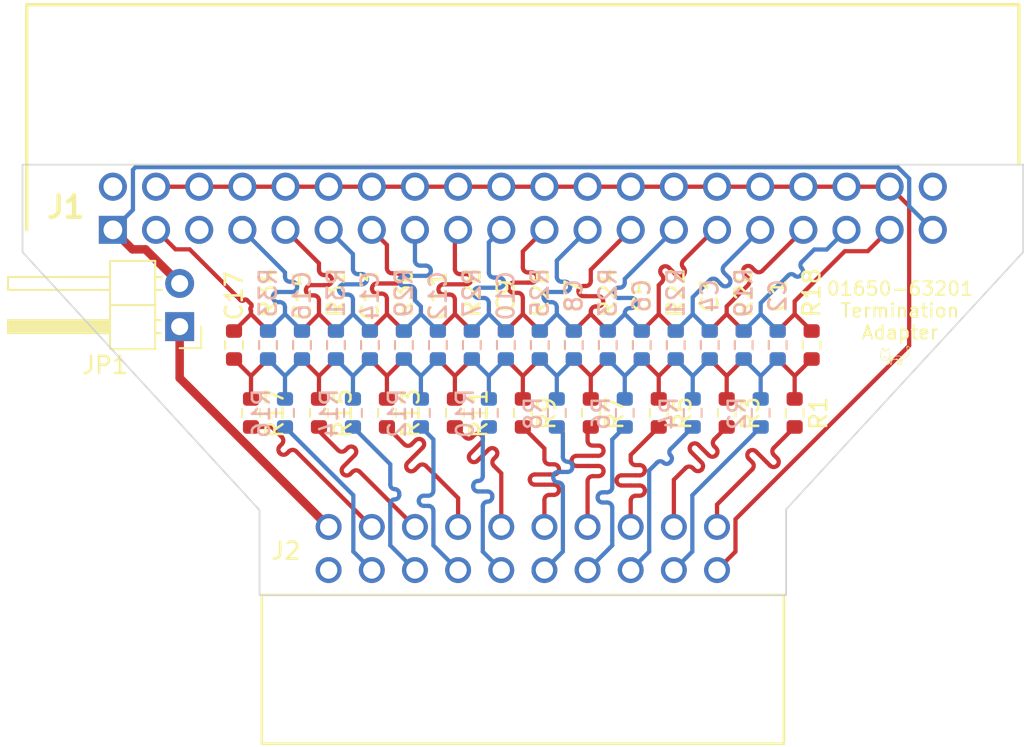
<source format=kicad_pcb>
(kicad_pcb (version 20221018) (generator pcbnew)
  (layers (0 "F.Cu" signal) (31 "B.Cu" signal) (34 "B.Paste" user) (35 "F.Paste" user) (36 "B.SilkS" user "B.Silkscreen") (37 "F.SilkS" user "F.Silkscreen") (38 "B.Mask" user) (39 "F.Mask" user) (44 "Edge.Cuts" user))
  (net 0 "")
  (net 1 "Net-(J1-Pin_37)")
  (net 2 "Net-(J1-Pin_35)")
  (net 3 "Net-(J1-Pin_31)")
  (net 4 "Net-(J1-Pin_33)")
  (net 5 "Net-(J1-Pin_27)")
  (net 6 "Net-(J1-Pin_29)")
  (net 7 "Net-(J1-Pin_23)")
  (net 8 "Net-(J1-Pin_25)")
  (net 9 "Net-(J1-Pin_19)")
  (net 10 "Net-(J1-Pin_21)")
  (net 11 "Net-(J1-Pin_15)")
  (net 12 "Net-(J1-Pin_17)")
  (net 13 "Net-(J1-Pin_11)")
  (net 14 "Net-(J1-Pin_13)")
  (net 15 "Net-(J1-Pin_7)")
  (net 16 "Net-(J1-Pin_9)")
  (net 17 "Net-(J1-Pin_3)")
  (net 18 "+5V")
  (net 19 "Net-(J2-Pin_1)")
  (net 20 "Net-(J2-Pin_3)")
  (net 21 "Net-(J2-Pin_4)")
  (net 22 "Net-(J2-Pin_5)")
  (net 23 "Net-(J2-Pin_6)")
  (net 24 "Net-(J2-Pin_7)")
  (net 25 "Net-(J2-Pin_8)")
  (net 26 "Net-(J2-Pin_9)")
  (net 27 "Net-(J2-Pin_10)")
  (net 28 "Net-(J2-Pin_11)")
  (net 29 "Net-(J2-Pin_12)")
  (net 30 "Net-(J2-Pin_13)")
  (net 31 "Net-(J2-Pin_14)")
  (net 32 "Net-(J2-Pin_15)")
  (net 33 "Net-(J2-Pin_16)")
  (net 34 "Net-(J2-Pin_17)")
  (net 35 "Net-(J2-Pin_18)")
  (net 36 "Net-(J2-Pin_19)")
  (net 37 "GNDPWR")
  (net 38 "GND")
  (net 41 "Net-(C1-Pad1)")
  (net 42 "Net-(C2-Pad1)")
  (net 43 "Net-(C3-Pad1)")
  (net 44 "Net-(C4-Pad1)")
  (net 45 "Net-(C5-Pad1)")
  (net 46 "Net-(C6-Pad1)")
  (net 47 "Net-(C7-Pad1)")
  (net 48 "Net-(C8-Pad1)")
  (net 49 "Net-(C9-Pad1)")
  (net 50 "Net-(C10-Pad1)")
  (net 51 "Net-(C11-Pad1)")
  (net 52 "Net-(C12-Pad1)")
  (net 53 "Net-(C13-Pad1)")
  (net 54 "Net-(C14-Pad1)")
  (net 55 "Net-(C15-Pad1)")
  (net 56 "Net-(C16-Pad1)")
  (net 57 "Net-(C17-Pad1)")
  (footprint "Resistor_SMD:R_0603_1608Metric" (layer "F.Cu") (at 97.6 30.975 90)
    (fp_text reference "C3")
    (fp_text value "8.2pF")
  )
  (footprint "Term_Adapter:CONN20_D10-RA-BK_SUL" (layer "F.Cu") (at 75.17 41.69)
    (fp_text reference "J2")
    (fp_text value "20 Out")
  )
  (footprint "Resistor_SMD:R_0603_1608Metric" (layer "F.Cu") (at 73.6 30.975 90)
    (fp_text reference "C15")
    (fp_text value "8.2pF")
  )
  (footprint "Resistor_SMD:R_0603_1608Metric" (layer "F.Cu") (at 83.6 30.975 -90)
    (fp_text reference "R28")
    (fp_text value "90.9k")
  )
  (footprint "Resistor_SMD:R_0603_1608Metric" (layer "F.Cu") (at 81.6 30.975 90)
    (fp_text reference "C11")
    (fp_text value "8.2pF")
  )
  (footprint "Resistor_SMD:R_0603_1608Metric" (layer "F.Cu") (at 98.6 34.975 90)
    (fp_text reference "R3")
    (fp_text value "250R")
  )
  (footprint "Connector_PinHeader_2.54mm:PinHeader_1x02_P2.54mm_Horizontal" (layer "F.Cu") (at 66.4 29.89 180)
    (fp_text reference "JP1")
    (fp_text value "Voltage Isolate")
  )
  (footprint "Resistor_SMD:R_0603_1608Metric" (layer "F.Cu") (at 74.6 34.975 90)
    (fp_text reference "R15")
    (fp_text value "250R")
  )
  (footprint "Resistor_SMD:R_0603_1608Metric" (layer "F.Cu") (at 85.6 30.975 90)
    (fp_text reference "C9")
    (fp_text value "8.2pF")
  )
  (footprint "Resistor_SMD:R_0603_1608Metric" (layer "F.Cu") (at 102.6 34.975 90)
    (fp_text reference "R1")
    (fp_text value "250R")
  )
  (footprint "Resistor_SMD:R_0603_1608Metric" (layer "F.Cu") (at 99.6 30.975 -90)
    (fp_text reference "R20")
    (fp_text value "90.9k")
  )
  (footprint "Resistor_SMD:R_0603_1608Metric" (layer "F.Cu") (at 78.6 34.975 90)
    (fp_text reference "R13")
    (fp_text value "250R")
  )
  (footprint "Resistor_SMD:R_0603_1608Metric" (layer "F.Cu") (at 77.6 30.975 90)
    (fp_text reference "C13")
    (fp_text value "8.2pF")
  )
  (footprint "Resistor_SMD:R_0603_1608Metric" (layer "F.Cu") (at 101.6 30.975 90)
    (fp_text reference "C1")
    (fp_text value "8.2pF")
  )
  (footprint "Resistor_SMD:R_0603_1608Metric" (layer "F.Cu") (at 103.6 30.975 -90)
    (fp_text reference "R18")
    (fp_text value "90.9k")
  )
  (footprint "Resistor_SMD:R_0603_1608Metric" (layer "F.Cu") (at 91.6 30.975 -90)
    (fp_text reference "R24")
    (fp_text value "90.9k")
  )
  (footprint "Term_Adapter:SHDRRA40W64P254_2X20_5840X930X878P" (layer "F.Cu") (at 62.47 24.19)
    (fp_text reference "J1")
    (fp_text value "40 In" hide)
  )
  (footprint "Resistor_SMD:R_0603_1608Metric" (layer "F.Cu") (at 95.6 30.975 -90)
    (fp_text reference "R22")
    (fp_text value "90.9k")
  )
  (footprint "Resistor_SMD:R_0603_1608Metric" (layer "F.Cu") (at 79.6 30.975 -90)
    (fp_text reference "R30")
    (fp_text value "90.9k")
  )
  (footprint "Graphics:vamic" (layer "F.Cu") (at 108.45 31.65)
    (fp_text reference "G***" hide)
    (fp_text value "LOGO" hide)
  )
  (footprint "Resistor_SMD:R_0603_1608Metric" (layer "F.Cu") (at 75.6 30.975 -90)
    (fp_text reference "R32")
    (fp_text value "90.9k")
  )
  (footprint "Resistor_SMD:R_0603_1608Metric" (layer "F.Cu") (at 90.6 34.975 90)
    (fp_text reference "R7")
    (fp_text value "250R")
  )
  (footprint "Resistor_SMD:R_0603_1608Metric" (layer "F.Cu") (at 87.6 30.975 -90)
    (fp_text reference "R26")
    (fp_text value "90.9k")
  )
  (footprint "Resistor_SMD:R_0603_1608Metric" (layer "F.Cu") (at 93.6 30.975 90)
    (fp_text reference "C5")
    (fp_text value "8.2pF")
  )
  (footprint "Resistor_SMD:R_0603_1608Metric" (layer "F.Cu") (at 89.6 30.975 90)
    (fp_text reference "C7")
    (fp_text value "8.2pF")
  )
  (footprint "Resistor_SMD:R_0603_1608Metric" (layer "F.Cu") (at 69.6 30.975 90)
    (fp_text reference "C17")
    (fp_text value "8.2pF")
  )
  (footprint "Resistor_SMD:R_0603_1608Metric" (layer "F.Cu") (at 71.6 30.975 -90)
    (fp_text reference "R34")
    (fp_text value "90.9k")
  )
  (footprint "Resistor_SMD:R_0603_1608Metric" (layer "F.Cu") (at 70.6 34.975 90)
    (fp_text reference "R17")
    (fp_text value "250R")
  )
  (footprint "Resistor_SMD:R_0603_1608Metric" (layer "F.Cu") (at 94.6 34.975 90)
    (fp_text reference "R5")
    (fp_text value "250R")
  )
  (footprint "Resistor_SMD:R_0603_1608Metric" (layer "F.Cu") (at 86.6 34.975 90)
    (fp_text reference "R9")
    (fp_text value "250R")
  )
  (footprint "Resistor_SMD:R_0603_1608Metric" (layer "F.Cu") (at 82.6 34.975 90)
    (fp_text reference "R11")
    (fp_text value "250R")
  )
  (footprint "Resistor_SMD:R_0603_1608Metric" (layer "B.Cu") (at 71.6 30.975 -90)
    (fp_text reference "R33")
    (fp_text value "90.9k")
  )
  (footprint "Resistor_SMD:R_0603_1608Metric" (layer "B.Cu") (at 81.6 30.975 90)
    (fp_text reference "C12")
    (fp_text value "8.2pF")
  )
  (footprint "Resistor_SMD:R_0603_1608Metric" (layer "B.Cu") (at 83.6 30.975 -90)
    (fp_text reference "R27")
    (fp_text value "90.9k")
  )
  (footprint "Resistor_SMD:R_0603_1608Metric" (layer "B.Cu") (at 96.6 34.975 90)
    (fp_text reference "R4")
    (fp_text value "250R")
  )
  (footprint "Resistor_SMD:R_0603_1608Metric" (layer "B.Cu") (at 85.6 30.975 90)
    (fp_text reference "C10")
    (fp_text value "8.2pF")
  )
  (footprint "Resistor_SMD:R_0603_1608Metric" (layer "B.Cu") (at 89.6 30.975 90)
    (fp_text reference "C8")
    (fp_text value "8.2pF")
  )
  (footprint "Resistor_SMD:R_0603_1608Metric" (layer "B.Cu") (at 97.6 30.975 90)
    (fp_text reference "C4")
    (fp_text value "8.2pF")
  )
  (footprint "Resistor_SMD:R_0603_1608Metric" (layer "B.Cu") (at 99.6 30.975 -90)
    (fp_text reference "R19")
    (fp_text value "90.9k")
  )
  (footprint "Resistor_SMD:R_0603_1608Metric" (layer "B.Cu") (at 75.6 30.975 -90)
    (fp_text reference "R31")
    (fp_text value "90.9k")
  )
  (footprint "Resistor_SMD:R_0603_1608Metric" (layer "B.Cu") (at 95.6 30.975 -90)
    (fp_text reference "R21")
    (fp_text value "90.9k")
  )
  (footprint "Resistor_SMD:R_0603_1608Metric" (layer "B.Cu") (at 88.6 34.975 90)
    (fp_text reference "R8")
    (fp_text value "250R")
  )
  (footprint "Resistor_SMD:R_0603_1608Metric" (layer "B.Cu") (at 84.6 34.975 90)
    (fp_text reference "R10")
    (fp_text value "250R")
  )
  (footprint "Resistor_SMD:R_0603_1608Metric" (layer "B.Cu") (at 91.6 30.975 -90)
    (fp_text reference "R23")
    (fp_text value "90.9k")
  )
  (footprint "Resistor_SMD:R_0603_1608Metric" (layer "B.Cu") (at 80.6 34.975 90)
    (fp_text reference "R12")
    (fp_text value "250R")
  )
  (footprint "Resistor_SMD:R_0603_1608Metric" (layer "B.Cu") (at 76.6 34.975 90)
    (fp_text reference "R14")
    (fp_text value "250R")
  )
  (footprint "Resistor_SMD:R_0603_1608Metric" (layer "B.Cu") (at 101.6 30.975 90)
    (fp_text reference "C2")
    (fp_text value "8.2pF")
  )
  (footprint "Resistor_SMD:R_0603_1608Metric" (layer "B.Cu") (at 73.6 30.975 90)
    (fp_text reference "C16")
    (fp_text value "8.2pF")
  )
  (footprint "Resistor_SMD:R_0603_1608Metric" (layer "B.Cu") (at 72.6 34.975 90)
    (fp_text reference "R16")
    (fp_text value "250R")
  )
  (footprint "Resistor_SMD:R_0603_1608Metric" (layer "B.Cu") (at 100.6 34.975 90)
    (fp_text reference "R2")
    (fp_text value "250R")
  )
  (footprint "Resistor_SMD:R_0603_1608Metric" (layer "B.Cu") (at 87.6 30.975 -90)
    (fp_text reference "R25")
    (fp_text value "90.9k")
  )
  (footprint "Resistor_SMD:R_0603_1608Metric" (layer "B.Cu") (at 77.6 30.975 90)
    (fp_text reference "C14")
    (fp_text value "8.2pF")
  )
  (footprint "Resistor_SMD:R_0603_1608Metric" (layer "B.Cu") (at 93.6 30.975 90)
    (fp_text reference "C6")
    (fp_text value "8.2pF")
  )
  (footprint "Resistor_SMD:R_0603_1608Metric" (layer "B.Cu") (at 92.6 34.975 90)
    (fp_text reference "R6")
    (fp_text value "250R")
  )
  (footprint "Resistor_SMD:R_0603_1608Metric" (layer "B.Cu") (at 79.6 30.975 -90)
    (fp_text reference "R29")
    (fp_text value "90.9k")
  )
  (gr_poly (pts (xy 102.1 45.7) (xy 102.1 40.65) (xy 116.05 25.5) (xy 116.05 20.35) (xy 57.15 20.35) (xy 57.15 25.5) (xy 71.1 40.7) (xy 71.1 45.7)) (stroke (width 0.1)) (fill none) (layer "Edge.Cuts"))
  (gr_text "01650-63201\nTermination\nAdapter" (at 108.8 30.7) (layer "F.SilkS") (effects (font (size 0.8 0.8) (thickness 0.12)) (justify bottom)))
  (segment (start 102.6 29.15) (end 103.6 30.15) (width 0.25) (layer "F.Cu") (net 1))
  (segment (start 108.16 24.19) (end 108.19 24.19) (width 0.25) (layer "F.Cu") (net 1))
  (segment (start 105.55 25.45) (end 106.9 25.45) (width 0.25) (layer "F.Cu") (net 1))
  (segment (start 101.6 30.15) (end 102.6 29.15) (width 0.25) (layer "F.Cu") (net 1))
  (segment (start 106.9 25.45) (end 108.16 24.19) (width 0.25) (layer "F.Cu") (net 1))
  (segment (start 102.6 28.4) (end 105.55 25.45) (width 0.25) (layer "F.Cu") (net 1))
  (segment (start 102.6 29.15) (end 102.6 28.4) (width 0.25) (layer "F.Cu") (net 1))
  (segment (start 102.956 26.875) (end 103.014763 26.816236) (width 0.25) (layer "B.Cu") (net 2))
  (segment (start 103.014763 26.450736) (end 103.014763 26.450735) (width 0.25) (layer "B.Cu") (net 2))
  (segment (start 104.49 25.35) (end 105.65 24.19) (width 0.25) (layer "B.Cu") (net 2))
  (segment (start 100.6 29.15) (end 101.6 30.15) (width 0.25) (layer "B.Cu") (net 2))
  (segment (start 103.014763 26.085234) (end 103.75 25.35) (width 0.25) (layer "B.Cu") (net 2))
  (segment (start 103.75 25.35) (end 104.49 25.35) (width 0.25) (layer "B.Cu") (net 2))
  (segment (start 100.6 29.15) (end 100.6 28.5) (width 0.25) (layer "B.Cu") (net 2))
  (segment (start 102.956001 26.874999) (end 102.956 26.875) (width 0.25) (layer "B.Cu") (net 2))
  (segment (start 103.014762 26.085234) (end 103.014763 26.085234) (width 0.25) (layer "B.Cu") (net 2))
  (segment (start 100.6 28.5) (end 102.225 26.875) (width 0.25) (layer "B.Cu") (net 2))
  (segment (start 99.6 30.15) (end 100.6 29.15) (width 0.25) (layer "B.Cu") (net 2))
  (arc (start 103.014763 26.450735) (mid 102.939065 26.267985) (end 103.014762 26.085234) (width 0.25) (layer "B.Cu") (net 2))
  (arc (start 103.014763 26.816236) (mid 103.090461 26.633486) (end 103.014763 26.450736) (width 0.25) (layer "B.Cu") (net 2))
  (arc (start 102.5905 26.875) (mid 102.773251 26.950697) (end 102.956001 26.874999) (width 0.25) (layer "B.Cu") (net 2))
  (arc (start 102.225 26.875) (mid 102.40775 26.799302) (end 102.5905 26.875) (width 0.25) (layer "B.Cu") (net 2))
  (segment (start 98.453527 26.30647) (end 98.453528 26.306471) (width 0.25) (layer "B.Cu") (net 3))
  (segment (start 96.6 29.15) (end 97.6 30.15) (width 0.25) (layer "B.Cu") (net 3))
  (segment (start 95.6 30.15) (end 96.6 29.15) (width 0.25) (layer "B.Cu") (net 3))
  (segment (start 98.731417 27.008624) (end 98.453527 26.730734) (width 0.25) (layer "B.Cu") (net 3))
  (segment (start 98.453528 26.306471) (end 100.57 24.19) (width 0.25) (layer "B.Cu") (net 3))
  (segment (start 96.6 28.16) (end 97.605 27.155) (width 0.25) (layer "B.Cu") (net 3))
  (segment (start 98.731417 27.008623) (end 98.731417 27.008624) (width 0.25) (layer "B.Cu") (net 3))
  (segment (start 96.6 29.15) (end 96.6 28.16) (width 0.25) (layer "B.Cu") (net 3))
  (segment (start 98.029264 27.155) (end 98.307153 27.432889) (width 0.25) (layer "B.Cu") (net 3))
  (arc (start 98.307153 27.432889) (mid 98.519285 27.520757) (end 98.731417 27.432889) (width 0.25) (layer "B.Cu") (net 3))
  (arc (start 98.731417 27.432889) (mid 98.819285 27.220756) (end 98.731417 27.008623) (width 0.25) (layer "B.Cu") (net 3))
  (arc (start 97.605 27.155) (mid 97.817132 27.067132) (end 98.029264 27.155) (width 0.25) (layer "B.Cu") (net 3))
  (arc (start 98.453527 26.730734) (mid 98.365659 26.518602) (end 98.453527 26.30647) (width 0.25) (layer "B.Cu") (net 3))
  (segment (start 98.6 29.15) (end 98.6 28.7) (width 0.25) (layer "F.Cu") (net 4))
  (segment (start 98.6 28.7) (end 99.85 27.45) (width 0.25) (layer "F.Cu") (net 4))
  (segment (start 100.07547 26.402675) (end 100.274267 26.601472) (width 0.25) (layer "F.Cu") (net 4))
  (segment (start 98.6 29.15) (end 99.6 30.15) (width 0.25) (layer "F.Cu") (net 4))
  (segment (start 99.651205 26.402675) (end 99.651204 26.402676) (width 0.25) (layer "F.Cu") (net 4))
  (segment (start 99.651204 26.402676) (end 99.651206 26.402675) (width 0.25) (layer "F.Cu") (net 4))
  (segment (start 97.6 30.15) (end 98.6 29.15) (width 0.25) (layer "F.Cu") (net 4))
  (segment (start 99.85 27.025736) (end 99.651204 26.82694) (width 0.25) (layer "F.Cu") (net 4))
  (segment (start 100.698531 26.601472) (end 103.11 24.19) (width 0.25) (layer "F.Cu") (net 4))
  (segment (start 100.698532 26.601471) (end 100.698531 26.601472) (width 0.25) (layer "F.Cu") (net 4))
  (arc (start 99.85 27.45) (mid 99.937868 27.237868) (end 99.85 27.025736) (width 0.25) (layer "F.Cu") (net 4))
  (arc (start 99.651206 26.402675) (mid 99.863338 26.314807) (end 100.07547 26.402675) (width 0.25) (layer "F.Cu") (net 4))
  (arc (start 100.274267 26.601472) (mid 100.486399 26.689341) (end 100.698532 26.601471) (width 0.25) (layer "F.Cu") (net 4))
  (arc (start 99.651204 26.82694) (mid 99.563337 26.614806) (end 99.651205 26.402675) (width 0.25) (layer "F.Cu") (net 4))
  (segment (start 95.49 24.19) (end 92.6 27.08) (width 0.25) (layer "B.Cu") (net 5))
  (segment (start 92.3 28.2) (end 92.972698 28.2) (width 0.25) (layer "B.Cu") (net 5))
  (segment (start 92.6 29.1) (end 92.6 29.15) (width 0.25) (layer "B.Cu") (net 5))
  (segment (start 92.6 27.08) (end 92.6 27.3) (width 0.25) (layer "B.Cu") (net 5))
  (segment (start 92.227302 28.2) (end 92.3 28.2) (width 0.25) (layer "B.Cu") (net 5))
  (segment (start 92.6 29.15) (end 93.6 30.15) (width 0.25) (layer "B.Cu") (net 5))
  (segment (start 91.6 30.15) (end 92.6 29.15) (width 0.25) (layer "B.Cu") (net 5))
  (segment (start 92.3 27.6) (end 92.227302 27.6) (width 0.25) (layer "B.Cu") (net 5))
  (segment (start 92.972698 28.8) (end 92.9 28.8) (width 0.25) (layer "B.Cu") (net 5))
  (arc (start 93.272698 28.5) (mid 93.18483 28.712132) (end 92.972698 28.8) (width 0.25) (layer "B.Cu") (net 5))
  (arc (start 92.6 27.3) (mid 92.512132 27.512132) (end 92.3 27.6) (width 0.25) (layer "B.Cu") (net 5))
  (arc (start 92.9 28.8) (mid 92.687868 28.887868) (end 92.6 29.1) (width 0.25) (layer "B.Cu") (net 5))
  (arc (start 92.972698 28.2) (mid 93.18483 28.287868) (end 93.272698 28.5) (width 0.25) (layer "B.Cu") (net 5))
  (arc (start 92.227302 27.6) (mid 92.01517 27.687868) (end 91.927302 27.9) (width 0.25) (layer "B.Cu") (net 5))
  (arc (start 91.927302 27.9) (mid 92.01517 28.112132) (end 92.227302 28.2) (width 0.25) (layer "B.Cu") (net 5))
  (segment (start 93.6 30.15) (end 94.6 29.15) (width 0.25) (layer "F.Cu") (net 6))
  (segment (start 94.777205 27.272794) (end 94.6 27.45) (width 0.25) (layer "F.Cu") (net 6))
  (segment (start 94.6 29.15) (end 95.6 30.15) (width 0.25) (layer "F.Cu") (net 6))
  (segment (start 95.627212 26.850008) (end 95.625736 26.848532) (width 0.25) (layer "F.Cu") (net 6))
  (segment (start 96.049999 26.424266) (end 96.051476 26.425743) (width 0.25) (layer "F.Cu") (net 6))
  (segment (start 96.05 26.424266) (end 96.049999 26.424266) (width 0.25) (layer "F.Cu") (net 6))
  (segment (start 98.03 24.19) (end 97.86 24.19) (width 0.25) (layer "F.Cu") (net 6))
  (segment (start 97.86 24.19) (end 96.05 26) (width 0.25) (layer "F.Cu") (net 6))
  (segment (start 95.625736 26.848532) (end 95.199961 26.422757) (width 0.25) (layer "F.Cu") (net 6))
  (segment (start 94.777204 27.272793) (end 94.777205 27.272794) (width 0.25) (layer "F.Cu") (net 6))
  (segment (start 94.775696 26.847021) (end 94.777204 26.848529) (width 0.25) (layer "F.Cu") (net 6))
  (segment (start 94.6 27.45) (end 94.6 29.15) (width 0.25) (layer "F.Cu") (net 6))
  (segment (start 94.775697 26.422757) (end 94.775696 26.422757) (width 0.25) (layer "F.Cu") (net 6))
  (segment (start 96.051476 26.850007) (end 96.051476 26.850008) (width 0.25) (layer "F.Cu") (net 6))
  (arc (start 96.051476 26.850008) (mid 95.839344 26.937876) (end 95.627212 26.850008) (width 0.25) (layer "F.Cu") (net 6))
  (arc (start 96.051476 26.425743) (mid 96.139344 26.637875) (end 96.051476 26.850007) (width 0.25) (layer "F.Cu") (net 6))
  (arc (start 96.05 26) (mid 95.962131 26.212134) (end 96.05 26.424266) (width 0.25) (layer "F.Cu") (net 6))
  (arc (start 95.199961 26.422757) (mid 94.987829 26.334889) (end 94.775697 26.422757) (width 0.25) (layer "F.Cu") (net 6))
  (arc (start 94.775696 26.422757) (mid 94.687828 26.634889) (end 94.775696 26.847021) (width 0.25) (layer "F.Cu") (net 6))
  (arc (start 94.777204 26.848529) (mid 94.865072 27.060661) (end 94.777204 27.272793) (width 0.25) (layer "F.Cu") (net 6))
  (segment (start 88.115454 28.45) (end 88.3 28.45) (width 0.25) (layer "B.Cu") (net 7))
  (segment (start 90.41 24.19) (end 88.6 26) (width 0.25) (layer "B.Cu") (net 7))
  (segment (start 89.08454 27.85) (end 88.9 27.85) (width 0.25) (layer "B.Cu") (net 7))
  (segment (start 88.6 28.75) (end 88.6 29.15) (width 0.25) (layer "B.Cu") (net 7))
  (segment (start 88.6 26) (end 88.6 26.95) (width 0.25) (layer "B.Cu") (net 7))
  (segment (start 88.9 27.25) (end 89.08454 27.25) (width 0.25) (layer "B.Cu") (net 7))
  (segment (start 88.9 27.85) (end 88.115454 27.85) (width 0.25) (layer "B.Cu") (net 7))
  (segment (start 88.6 29.15) (end 87.6 30.15) (width 0.25) (layer "B.Cu") (net 7))
  (segment (start 89.6 30.15) (end 88.6 29.15) (width 0.25) (layer "B.Cu") (net 7))
  (arc (start 87.815454 28.15) (mid 87.903322 28.362132) (end 88.115454 28.45) (width 0.25) (layer "B.Cu") (net 7))
  (arc (start 89.38454 27.55) (mid 89.296672 27.762132) (end 89.08454 27.85) (width 0.25) (layer "B.Cu") (net 7))
  (arc (start 89.08454 27.25) (mid 89.296672 27.337868) (end 89.38454 27.55) (width 0.25) (layer "B.Cu") (net 7))
  (arc (start 88.115454 27.85) (mid 87.903322 27.937868) (end 87.815454 28.15) (width 0.25) (layer "B.Cu") (net 7))
  (arc (start 88.3 28.45) (mid 88.512132 28.537868) (end 88.6 28.75) (width 0.25) (layer "B.Cu") (net 7))
  (arc (start 88.6 26.95) (mid 88.687868 27.162132) (end 88.9 27.25) (width 0.25) (layer "B.Cu") (net 7))
  (segment (start 92.95 24.19) (end 90.6 26.54) (width 0.25) (layer "F.Cu") (net 8))
  (segment (start 89.6 30.15) (end 90.6 29.15) (width 0.25) (layer "F.Cu") (net 8))
  (segment (start 90.6 29) (end 90.6 29.15) (width 0.25) (layer "F.Cu") (net 8))
  (segment (start 90.6 26.54) (end 90.6 27.2) (width 0.25) (layer "F.Cu") (net 8))
  (segment (start 90.6 29.15) (end 91.6 30.15) (width 0.25) (layer "F.Cu") (net 8))
  (segment (start 91.028636 28.7) (end 90.9 28.7) (width 0.25) (layer "F.Cu") (net 8))
  (segment (start 90.3 28.1) (end 91.028636 28.1) (width 0.25) (layer "F.Cu") (net 8))
  (segment (start 90.171387 28.1) (end 90.3 28.1) (width 0.25) (layer "F.Cu") (net 8))
  (segment (start 90.3 27.5) (end 90.171387 27.5) (width 0.25) (layer "F.Cu") (net 8))
  (arc (start 89.871387 27.8) (mid 89.959255 28.012132) (end 90.171387 28.1) (width 0.25) (layer "F.Cu") (net 8))
  (arc (start 90.6 27.2) (mid 90.512132 27.412132) (end 90.3 27.5) (width 0.25) (layer "F.Cu") (net 8))
  (arc (start 90.171387 27.5) (mid 89.959255 27.587868) (end 89.871387 27.8) (width 0.25) (layer "F.Cu") (net 8))
  (arc (start 91.028636 28.1) (mid 91.240768 28.187868) (end 91.328636 28.4) (width 0.25) (layer "F.Cu") (net 8))
  (arc (start 90.9 28.7) (mid 90.687868 28.787868) (end 90.6 29) (width 0.25) (layer "F.Cu") (net 8))
  (arc (start 91.328636 28.4) (mid 91.240768 28.612132) (end 91.028636 28.7) (width 0.25) (layer "F.Cu") (net 8))
  (segment (start 84.6 28.890327) (end 84.6 29.15) (width 0.25) (layer "B.Cu") (net 9))
  (segment (start 85.196361 27.6) (end 84.9 27.6) (width 0.25) (layer "B.Cu") (net 9))
  (segment (start 85.33 24.19) (end 84.6 24.92) (width 0.25) (layer "B.Cu") (net 9))
  (segment (start 84.6 28.5) (end 84.6 28.890327) (width 0.25) (layer "B.Cu") (net 9))
  (segment (start 84.6 24.92) (end 84.6 26.7) (width 0.25) (layer "B.Cu") (net 9))
  (segment (start 83.6 30.15) (end 84.6 29.15) (width 0.25) (layer "B.Cu") (net 9))
  (segment (start 84.9 27) (end 85.196361 27) (width 0.25) (layer "B.Cu") (net 9))
  (segment (start 84.6 29.15) (end 85.6 30.15) (width 0.25) (layer "B.Cu") (net 9))
  (segment (start 84.9 27.6) (end 84.003639 27.6) (width 0.25) (layer "B.Cu") (net 9))
  (segment (start 84.003639 28.2) (end 84.3 28.2) (width 0.25) (layer "B.Cu") (net 9))
  (arc (start 84.6 26.7) (mid 84.687868 26.912132) (end 84.9 27) (width 0.25) (layer "B.Cu") (net 9))
  (arc (start 84.003639 27.6) (mid 83.791507 27.687868) (end 83.703639 27.9) (width 0.25) (layer "B.Cu") (net 9))
  (arc (start 85.496361 27.3) (mid 85.408493 27.512132) (end 85.196361 27.6) (width 0.25) (layer "B.Cu") (net 9))
  (arc (start 83.703639 27.9) (mid 83.791507 28.112132) (end 84.003639 28.2) (width 0.25) (layer "B.Cu") (net 9))
  (arc (start 84.3 28.2) (mid 84.512132 28.287868) (end 84.6 28.5) (width 0.25) (layer "B.Cu") (net 9))
  (arc (start 85.196361 27) (mid 85.408493 27.087868) (end 85.496361 27.3) (width 0.25) (layer "B.Cu") (net 9))
  (segment (start 85.6 30.15) (end 86.6 29.15) (width 0.25) (layer "F.Cu") (net 10))
  (segment (start 86.9 26.7) (end 87.140453 26.7) (width 0.25) (layer "F.Cu") (net 10))
  (segment (start 87.140453 27.3) (end 86.9 27.3) (width 0.25) (layer "F.Cu") (net 10))
  (segment (start 86.6 25.46) (end 86.6 26.4) (width 0.25) (layer "F.Cu") (net 10))
  (segment (start 86.6 28.2) (end 86.6 29.15) (width 0.25) (layer "F.Cu") (net 10))
  (segment (start 86.6 29.15) (end 87.6 30.15) (width 0.25) (layer "F.Cu") (net 10))
  (segment (start 86.9 27.3) (end 86.05955 27.3) (width 0.25) (layer "F.Cu") (net 10))
  (segment (start 87.87 24.19) (end 86.6 25.46) (width 0.25) (layer "F.Cu") (net 10))
  (segment (start 86.05955 27.9) (end 86.3 27.9) (width 0.25) (layer "F.Cu") (net 10))
  (arc (start 87.440453 27) (mid 87.352585 27.212132) (end 87.140453 27.3) (width 0.25) (layer "F.Cu") (net 10))
  (arc (start 86.6 26.4) (mid 86.687868 26.612132) (end 86.9 26.7) (width 0.25) (layer "F.Cu") (net 10))
  (arc (start 87.140453 26.7) (mid 87.352585 26.787868) (end 87.440453 27) (width 0.25) (layer "F.Cu") (net 10))
  (arc (start 86.05955 27.3) (mid 85.847418 27.387868) (end 85.75955 27.6) (width 0.25) (layer "F.Cu") (net 10))
  (arc (start 86.3 27.9) (mid 86.512132 27.987868) (end 86.6 28.2) (width 0.25) (layer "F.Cu") (net 10))
  (arc (start 85.75955 27.6) (mid 85.847418 27.812132) (end 86.05955 27.9) (width 0.25) (layer "F.Cu") (net 10))
  (segment (start 80.25 27.8) (end 80.25 28.35) (width 0.25) (layer "B.Cu") (net 11))
  (segment (start 79.6 30.15) (end 80.6 29.15) (width 0.25) (layer "B.Cu") (net 11))
  (segment (start 80.55 26.9) (end 79.614271 26.9) (width 0.25) (layer "B.Cu") (net 11))
  (segment (start 80.885729 26.9) (end 80.55 26.9) (width 0.25) (layer "B.Cu") (net 11))
  (segment (start 80.25 24.19) (end 80.25 26) (width 0.25) (layer "B.Cu") (net 11))
  (segment (start 79.614271 27.5) (end 79.95 27.5) (width 0.25) (layer "B.Cu") (net 11))
  (segment (start 80.55 26.3) (end 80.885729 26.3) (width 0.25) (layer "B.Cu") (net 11))
  (segment (start 80.6 28.7) (end 80.6 29.15) (width 0.25) (layer "B.Cu") (net 11))
  (segment (start 80.25 28.35) (end 80.6 28.7) (width 0.25) (layer "B.Cu") (net 11))
  (segment (start 80.6 29.15) (end 81.6 30.15) (width 0.25) (layer "B.Cu") (net 11))
  (arc (start 79.95 27.5) (mid 80.162132 27.587868) (end 80.25 27.8) (width 0.25) (layer "B.Cu") (net 11))
  (arc (start 80.885729 26.3) (mid 81.097861 26.387868) (end 81.185729 26.6) (width 0.25) (layer "B.Cu") (net 11))
  (arc (start 79.314271 27.2) (mid 79.402139 27.412132) (end 79.614271 27.5) (width 0.25) (layer "B.Cu") (net 11))
  (arc (start 80.25 26) (mid 80.337868 26.212132) (end 80.55 26.3) (width 0.25) (layer "B.Cu") (net 11))
  (arc (start 81.185729 26.6) (mid 81.097861 26.812132) (end 80.885729 26.9) (width 0.25) (layer "B.Cu") (net 11))
  (arc (start 79.614271 26.9) (mid 79.402139 26.987868) (end 79.314271 27.2) (width 0.25) (layer "B.Cu") (net 11))
  (segment (start 82.6 29.15) (end 81.6 30.15) (width 0.25) (layer "F.Cu") (net 12))
  (segment (start 82.79 24.19) (end 82.6 24.38) (width 0.25) (layer "F.Cu") (net 12))
  (segment (start 82.9 27.4) (end 81.933602 27.4) (width 0.25) (layer "F.Cu") (net 12))
  (segment (start 83.6 30.15) (end 82.6 29.15) (width 0.25) (layer "F.Cu") (net 12))
  (segment (start 81.933602 28) (end 82.3 28) (width 0.25) (layer "F.Cu") (net 12))
  (segment (start 82.6 24.38) (end 82.6 26.5) (width 0.25) (layer "F.Cu") (net 12))
  (segment (start 82.6 28.3) (end 82.6 29.15) (width 0.25) (layer "F.Cu") (net 12))
  (segment (start 83.266398 27.4) (end 82.9 27.4) (width 0.25) (layer "F.Cu") (net 12))
  (segment (start 82.9 26.8) (end 83.266398 26.8) (width 0.25) (layer "F.Cu") (net 12))
  (arc (start 82.3 28) (mid 82.512132 28.087868) (end 82.6 28.3) (width 0.25) (layer "F.Cu") (net 12))
  (arc (start 83.266398 26.8) (mid 83.47853 26.887868) (end 83.566398 27.1) (width 0.25) (layer "F.Cu") (net 12))
  (arc (start 81.933602 27.4) (mid 81.72147 27.487868) (end 81.633602 27.7) (width 0.25) (layer "F.Cu") (net 12))
  (arc (start 83.566398 27.1) (mid 83.47853 27.312132) (end 83.266398 27.4) (width 0.25) (layer "F.Cu") (net 12))
  (arc (start 81.633602 27.7) (mid 81.72147 27.912132) (end 81.933602 28) (width 0.25) (layer "F.Cu") (net 12))
  (arc (start 82.6 26.5) (mid 82.687868 26.712132) (end 82.9 26.8) (width 0.25) (layer "F.Cu") (net 12))
  (segment (start 75.17 24.19) (end 76.6 25.62) (width 0.25) (layer "B.Cu") (net 13))
  (segment (start 77.123873 27.4) (end 76.9 27.4) (width 0.25) (layer "B.Cu") (net 13))
  (segment (start 76.6 28.3) (end 76.6 29.15) (width 0.25) (layer "B.Cu") (net 13))
  (segment (start 76.9 26.8) (end 77.123873 26.8) (width 0.25) (layer "B.Cu") (net 13))
  (segment (start 76.9 27.4) (end 76.076104 27.4) (width 0.25) (layer "B.Cu") (net 13))
  (segment (start 76.076104 28) (end 76.3 28) (width 0.25) (layer "B.Cu") (net 13))
  (segment (start 76.6 25.62) (end 76.6 26.5) (width 0.25) (layer "B.Cu") (net 13))
  (segment (start 75.6 30.15) (end 76.6 29.15) (width 0.25) (layer "B.Cu") (net 13))
  (segment (start 76.6 29.15) (end 77.6 30.15) (width 0.25) (layer "B.Cu") (net 13))
  (arc (start 76.6 26.5) (mid 76.687868 26.712132) (end 76.9 26.8) (width 0.25) (layer "B.Cu") (net 13))
  (arc (start 77.123873 26.8) (mid 77.336005 26.887868) (end 77.423873 27.1) (width 0.25) (layer "B.Cu") (net 13))
  (arc (start 77.423873 27.1) (mid 77.336005 27.312132) (end 77.123873 27.4) (width 0.25) (layer "B.Cu") (net 13))
  (arc (start 75.776104 27.7) (mid 75.863972 27.912132) (end 76.076104 28) (width 0.25) (layer "B.Cu") (net 13))
  (arc (start 76.3 28) (mid 76.512132 28.087868) (end 76.6 28.3) (width 0.25) (layer "B.Cu") (net 13))
  (arc (start 76.076104 27.4) (mid 75.863972 27.487868) (end 75.776104 27.7) (width 0.25) (layer "B.Cu") (net 13))
  (segment (start 78.6 25.08) (end 78.6 26.45) (width 0.25) (layer "F.Cu") (net 14))
  (segment (start 78.9 27.35) (end 78.02021 27.35) (width 0.25) (layer "F.Cu") (net 14))
  (segment (start 77.71 24.19) (end 78.6 25.08) (width 0.25) (layer "F.Cu") (net 14))
  (segment (start 78.6 28.25) (end 78.6 29.15) (width 0.25) (layer "F.Cu") (net 14))
  (segment (start 79.179813 27.35) (end 78.9 27.35) (width 0.25) (layer "F.Cu") (net 14))
  (segment (start 78.9 26.75) (end 79.179813 26.75) (width 0.25) (layer "F.Cu") (net 14))
  (segment (start 77.6 30.15) (end 78.6 29.15) (width 0.25) (layer "F.Cu") (net 14))
  (segment (start 78.6 29.15) (end 79.6 30.15) (width 0.25) (layer "F.Cu") (net 14))
  (segment (start 78.02021 27.95) (end 78.3 27.95) (width 0.25) (layer "F.Cu") (net 14))
  (arc (start 78.3 27.95) (mid 78.512132 28.037868) (end 78.6 28.25) (width 0.25) (layer "F.Cu") (net 14))
  (arc (start 77.72021 27.65) (mid 77.808078 27.862132) (end 78.02021 27.95) (width 0.25) (layer "F.Cu") (net 14))
  (arc (start 79.479813 27.05) (mid 79.391945 27.262132) (end 79.179813 27.35) (width 0.25) (layer "F.Cu") (net 14))
  (arc (start 78.6 26.45) (mid 78.687868 26.662132) (end 78.9 26.75) (width 0.25) (layer "F.Cu") (net 14))
  (arc (start 78.02021 27.35) (mid 77.808078 27.437868) (end 77.72021 27.65) (width 0.25) (layer "F.Cu") (net 14))
  (arc (start 79.179813 26.75) (mid 79.391945 26.837868) (end 79.479813 27.05) (width 0.25) (layer "F.Cu") (net 14))
  (segment (start 72.9 27.25) (end 73.01205 27.25) (width 0.25) (layer "B.Cu") (net 15))
  (segment (start 72.9 27.85) (end 72.187947 27.85) (width 0.25) (layer "B.Cu") (net 15))
  (segment (start 72.6 28.75) (end 72.6 29.15) (width 0.25) (layer "B.Cu") (net 15))
  (segment (start 72.187947 28.45) (end 72.3 28.45) (width 0.25) (layer "B.Cu") (net 15))
  (segment (start 71.6 30.15) (end 72.6 29.15) (width 0.25) (layer "B.Cu") (net 15))
  (segment (start 70.09 24.19) (end 72.6 26.7) (width 0.25) (layer "B.Cu") (net 15))
  (segment (start 72.6 26.7) (end 72.6 26.95) (width 0.25) (layer "B.Cu") (net 15))
  (segment (start 72.6 29.15) (end 73.6 30.15) (width 0.25) (layer "B.Cu") (net 15))
  (segment (start 73.01205 27.85) (end 72.9 27.85) (width 0.25) (layer "B.Cu") (net 15))
  (arc (start 73.31205 27.55) (mid 73.224182 27.762132) (end 73.01205 27.85) (width 0.25) (layer "B.Cu") (net 15))
  (arc (start 72.6 26.95) (mid 72.687868 27.162132) (end 72.9 27.25) (width 0.25) (layer "B.Cu") (net 15))
  (arc (start 72.187947 27.85) (mid 71.975815 27.937868) (end 71.887947 28.15) (width 0.25) (layer "B.Cu") (net 15))
  (arc (start 73.01205 27.25) (mid 73.224182 27.337868) (end 73.31205 27.55) (width 0.25) (layer "B.Cu") (net 15))
  (arc (start 72.3 28.45) (mid 72.512132 28.537868) (end 72.6 28.75) (width 0.25) (layer "B.Cu") (net 15))
  (arc (start 71.887947 28.15) (mid 71.975815 28.362132) (end 72.187947 28.45) (width 0.25) (layer "B.Cu") (net 15))
  (segment (start 74.6 29.15) (end 73.6 30.15) (width 0.25) (layer "F.Cu") (net 16))
  (segment (start 75.6 30.15) (end 74.6 29.15) (width 0.25) (layer "F.Cu") (net 16))
  (segment (start 72.63 24.19) (end 74.6 26.16) (width 0.25) (layer "F.Cu") (net 16))
  (segment (start 74.132042 28.05) (end 74.3 28.05) (width 0.25) (layer "F.Cu") (net 16))
  (segment (start 74.9 26.85) (end 75.067958 26.85) (width 0.25) (layer "F.Cu") (net 16))
  (segment (start 75.067958 27.45) (end 74.9 27.45) (width 0.25) (layer "F.Cu") (net 16))
  (segment (start 74.6 26.16) (end 74.6 26.55) (width 0.25) (layer "F.Cu") (net 16))
  (segment (start 74.9 27.45) (end 74.132042 27.45) (width 0.25) (layer "F.Cu") (net 16))
  (segment (start 74.6 28.35) (end 74.6 29.15) (width 0.25) (layer "F.Cu") (net 16))
  (arc (start 74.6 26.55) (mid 74.687868 26.762132) (end 74.9 26.85) (width 0.25) (layer "F.Cu") (net 16))
  (arc (start 74.3 28.05) (mid 74.512132 28.137868) (end 74.6 28.35) (width 0.25) (layer "F.Cu") (net 16))
  (arc (start 75.367958 27.15) (mid 75.28009 27.362132) (end 75.067958 27.45) (width 0.25) (layer "F.Cu") (net 16))
  (arc (start 75.067958 26.85) (mid 75.28009 26.937868) (end 75.367958 27.15) (width 0.25) (layer "F.Cu") (net 16))
  (arc (start 74.132042 27.45) (mid 73.91991 27.537868) (end 73.832042 27.75) (width 0.25) (layer "F.Cu") (net 16))
  (arc (start 73.832042 27.75) (mid 73.91991 27.962132) (end 74.132042 28.05) (width 0.25) (layer "F.Cu") (net 16))
  (segment (start 70.6 28.755702) (end 70.6 28.755701) (width 0.25) (layer "F.Cu") (net 17))
  (segment (start 70.6 29.15) (end 70.6 28.95) (width 0.25) (layer "F.Cu") (net 17))
  (segment (start 70.6 28.561403) (end 70.370033 28.331436) (width 0.25) (layer "F.Cu") (net 17))
  (segment (start 70.175735 28.331436) (end 70.175734 28.331436) (width 0.25) (layer "F.Cu") (net 17))
  (segment (start 66.99 25.34) (end 66.16 25.34) (width 0.25) (layer "F.Cu") (net 17))
  (segment (start 69.6 30.15) (end 70.6 29.15) (width 0.25) (layer "F.Cu") (net 17))
  (segment (start 70.600001 28.561404) (end 70.6 28.561403) (width 0.25) (layer "F.Cu") (net 17))
  (segment (start 66.16 25.34) (end 65.01 24.19) (width 0.25) (layer "F.Cu") (net 17))
  (segment (start 69.981437 28.331437) (end 69.981436 28.331436) (width 0.25) (layer "F.Cu") (net 17))
  (segment (start 70.6 29.15) (end 71.6 30.15) (width 0.25) (layer "F.Cu") (net 17))
  (segment (start 70.599999 28.755703) (end 70.6 28.755702) (width 0.25) (layer "F.Cu") (net 17))
  (segment (start 69.981436 28.331436) (end 66.99 25.34) (width 0.25) (layer "F.Cu") (net 17))
  (arc (start 70.370033 28.331436) (mid 70.272884 28.291196) (end 70.175735 28.331436) (width 0.25) (layer "F.Cu") (net 17))
  (arc (start 70.6 28.95) (mid 70.559759 28.852852) (end 70.599999 28.755703) (width 0.25) (layer "F.Cu") (net 17))
  (arc (start 70.175734 28.331436) (mid 70.078586 28.371677) (end 69.981437 28.331437) (width 0.25) (layer "F.Cu") (net 17))
  (arc (start 70.6 28.755701) (mid 70.640241 28.658553) (end 70.600001 28.561404) (width 0.25) (layer "F.Cu") (net 17))
  (segment (start 63.62 25.34) (end 64.39 25.34) (width 0.5) (layer "F.Cu") (net 18))
  (segment (start 62.47 24.19) (end 63.62 25.34) (width 0.5) (layer "F.Cu") (net 18))
  (segment (start 64.39 25.34) (end 66.4 27.35) (width 0.5) (layer "F.Cu") (net 18))
  (segment (start 109.34 21.173654) (end 108.666346 20.5) (width 0.25) (layer "B.Cu") (net 18))
  (segment (start 63.8 20.5) (end 63.65 20.65) (width 0.25) (layer "B.Cu") (net 18))
  (segment (start 63.65 23.01) (end 62.47 24.19) (width 0.25) (layer "B.Cu") (net 18))
  (segment (start 110.73 24.19) (end 109.34 22.8) (width 0.25) (layer "B.Cu") (net 18))
  (segment (start 63.65 20.65) (end 63.65 23.01) (width 0.25) (layer "B.Cu") (net 18))
  (segment (start 108.666346 20.5) (end 63.8 20.5) (width 0.25) (layer "B.Cu") (net 18))
  (segment (start 109.34 22.8) (end 109.34 21.173654) (width 0.25) (layer "B.Cu") (net 18))
  (segment (start 66.4 32.92) (end 75.17 41.69) (width 0.5) (layer "F.Cu") (net 19))
  (segment (start 66.4 29.89) (end 66.4 32.92) (width 0.5) (layer "F.Cu") (net 19))
  (segment (start 77.71 41.69) (end 73.26 37.24) (width 0.25) (layer "F.Cu") (net 20))
  (segment (start 72.301162 36.926042) (end 72.301162 36.926041) (width 0.25) (layer "F.Cu") (net 20))
  (segment (start 72.411471 36.391471) (end 71.82 35.8) (width 0.25) (layer "F.Cu") (net 20))
  (segment (start 72.301162 36.926041) (end 72.41147 36.815734) (width 0.25) (layer "F.Cu") (net 20))
  (segment (start 72.41147 36.39147) (end 72.411471 36.391471) (width 0.25) (layer "F.Cu") (net 20))
  (segment (start 72.835734 37.239999) (end 72.725427 37.350307) (width 0.25) (layer "F.Cu") (net 20))
  (segment (start 71.82 35.8) (end 70.6 35.8) (width 0.25) (layer "F.Cu") (net 20))
  (segment (start 72.835735 37.239999) (end 72.835734 37.239999) (width 0.25) (layer "F.Cu") (net 20))
  (arc (start 73.26 37.24) (mid 73.047867 37.15213) (end 72.835735 37.239999) (width 0.25) (layer "F.Cu") (net 20))
  (arc (start 72.41147 36.815734) (mid 72.499338 36.603602) (end 72.41147 36.39147) (width 0.25) (layer "F.Cu") (net 20))
  (arc (start 72.725427 37.350307) (mid 72.513295 37.438175) (end 72.301163 37.350307) (width 0.25) (layer "F.Cu") (net 20))
  (arc (start 72.301163 37.350307) (mid 72.213293 37.138174) (end 72.301162 36.926042) (width 0.25) (layer "F.Cu") (net 20))
  (segment (start 72.6 35.8) (end 76.623 39.823) (width 0.25) (layer "B.Cu") (net 21))
  (segment (start 76.623 43.143) (end 77.71 44.23) (width 0.25) (layer "B.Cu") (net 21))
  (segment (start 76.623 39.823) (end 76.623 43.143) (width 0.25) (layer "B.Cu") (net 21))
  (segment (start 77.00279 38.44279) (end 77.002791 38.442791) (width 0.25) (layer "F.Cu") (net 22))
  (segment (start 76.154264 37.17) (end 76.282302 37.041963) (width 0.25) (layer "F.Cu") (net 22))
  (segment (start 74.6 35.8) (end 74.6 36.04) (width 0.25) (layer "F.Cu") (net 22))
  (segment (start 76.450449 38.570868) (end 76.578526 38.44279) (width 0.25) (layer "F.Cu") (net 22))
  (segment (start 76.706565 37.466228) (end 76.706566 37.466227) (width 0.25) (layer "F.Cu") (net 22))
  (segment (start 76.45045 38.570867) (end 76.450449 38.570868) (width 0.25) (layer "F.Cu") (net 22))
  (segment (start 76.706566 37.466227) (end 76.026185 38.146604) (width 0.25) (layer "F.Cu") (net 22))
  (segment (start 77.002791 38.442791) (end 80.25 41.69) (width 0.25) (layer "F.Cu") (net 22))
  (segment (start 76.154265 37.169999) (end 76.154264 37.17) (width 0.25) (layer "F.Cu") (net 22))
  (segment (start 74.6 36.04) (end 75.73 37.17) (width 0.25) (layer "F.Cu") (net 22))
  (arc (start 75.73 37.17) (mid 75.942134 37.257869) (end 76.154265 37.169999) (width 0.25) (layer "F.Cu") (net 22))
  (arc (start 76.282302 37.041963) (mid 76.494434 36.954095) (end 76.706566 37.041963) (width 0.25) (layer "F.Cu") (net 22))
  (arc (start 76.026185 38.570868) (mid 76.238318 38.658736) (end 76.45045 38.570867) (width 0.25) (layer "F.Cu") (net 22))
  (arc (start 76.706566 37.041963) (mid 76.794433 37.254095) (end 76.706565 37.466228) (width 0.25) (layer "F.Cu") (net 22))
  (arc (start 76.026185 38.146604) (mid 75.938317 38.358736) (end 76.026185 38.570868) (width 0.25) (layer "F.Cu") (net 22))
  (arc (start 76.578526 38.44279) (mid 76.790658 38.354922) (end 77.00279 38.44279) (width 0.25) (layer "F.Cu") (net 22))
  (segment (start 78.797 37.997) (end 78.797 39.2) (width 0.25) (layer "B.Cu") (net 23))
  (segment (start 79.061876 40.064875) (end 79.061875 40.064875) (width 0.25) (layer "B.Cu") (net 23))
  (segment (start 79.061875 39.464875) (end 79.061876 39.464875) (width 0.25) (layer "B.Cu") (net 23))
  (segment (start 76.6 35.8) (end 78.797 37.997) (width 0.25) (layer "B.Cu") (net 23))
  (segment (start 78.797 40.4) (end 78.797 42.777) (width 0.25) (layer "B.Cu") (net 23))
  (segment (start 78.797 40.32975) (end 78.797 40.4) (width 0.25) (layer "B.Cu") (net 23))
  (segment (start 79.326751 39.72975) (end 79.326751 39.8) (width 0.25) (layer "B.Cu") (net 23))
  (segment (start 78.797 42.777) (end 80.25 44.23) (width 0.25) (layer "B.Cu") (net 23))
  (arc (start 79.326751 39.8) (mid 79.249171 39.987295) (end 79.061876 40.064875) (width 0.25) (layer "B.Cu") (net 23))
  (arc (start 78.797 39.2) (mid 78.87458 39.387295) (end 79.061875 39.464875) (width 0.25) (layer "B.Cu") (net 23))
  (arc (start 79.061875 40.064875) (mid 78.87458 40.142455) (end 78.797 40.32975) (width 0.25) (layer "B.Cu") (net 23))
  (arc (start 79.061876 39.464875) (mid 79.249171 39.542455) (end 79.326751 39.72975) (width 0.25) (layer "B.Cu") (net 23))
  (segment (start 80.244836 38.326481) (end 80.473526 38.09779) (width 0.25) (layer "F.Cu") (net 24))
  (segment (start 80.897791 38.097791) (end 82.79 39.99) (width 0.25) (layer "F.Cu") (net 24))
  (segment (start 82.79 39.99) (end 82.79 41.69) (width 0.25) (layer "F.Cu") (net 24))
  (segment (start 78.6 35.8) (end 79.625 36.825) (width 0.25) (layer "F.Cu") (net 24))
  (segment (start 80.049265 36.824999) (end 80.049264 36.825) (width 0.25) (layer "F.Cu") (net 24))
  (segment (start 80.049264 36.825) (end 80.277953 36.596312) (width 0.25) (layer "F.Cu") (net 24))
  (segment (start 80.89779 38.09779) (end 80.897791 38.097791) (width 0.25) (layer "F.Cu") (net 24))
  (segment (start 80.702216 37.020577) (end 80.702217 37.020576) (width 0.25) (layer "F.Cu") (net 24))
  (segment (start 80.702217 37.020576) (end 79.820572 37.902217) (width 0.25) (layer "F.Cu") (net 24))
  (segment (start 80.244837 38.32648) (end 80.244836 38.326481) (width 0.25) (layer "F.Cu") (net 24))
  (arc (start 80.277953 36.596312) (mid 80.490085 36.508444) (end 80.702217 36.596312) (width 0.25) (layer "F.Cu") (net 24))
  (arc (start 79.820572 37.902217) (mid 79.732704 38.114349) (end 79.820572 38.326481) (width 0.25) (layer "F.Cu") (net 24))
  (arc (start 80.702217 36.596312) (mid 80.790084 36.808444) (end 80.702216 37.020577) (width 0.25) (layer "F.Cu") (net 24))
  (arc (start 79.625 36.825) (mid 79.837134 36.912869) (end 80.049265 36.824999) (width 0.25) (layer "F.Cu") (net 24))
  (arc (start 79.820572 38.326481) (mid 80.032705 38.414349) (end 80.244837 38.32648) (width 0.25) (layer "F.Cu") (net 24))
  (arc (start 80.473526 38.09779) (mid 80.685658 38.009922) (end 80.89779 38.09779) (width 0.25) (layer "F.Cu") (net 24))
  (segment (start 81.037 39.85) (end 80.774742 39.85) (width 0.25) (layer "B.Cu") (net 25))
  (segment (start 80.6 35.8) (end 81.337 36.537) (width 0.25) (layer "B.Cu") (net 25))
  (segment (start 81.337 36.537) (end 81.337 39.55) (width 0.25) (layer "B.Cu") (net 25))
  (segment (start 81.337 40.75) (end 81.337 41.841453) (width 0.25) (layer "B.Cu") (net 25))
  (segment (start 80.774742 40.45) (end 81.037 40.45) (width 0.25) (layer "B.Cu") (net 25))
  (segment (start 81.337 41.841453) (end 81.337 42.777) (width 0.25) (layer "B.Cu") (net 25))
  (segment (start 81.337 42.777) (end 82.79 44.23) (width 0.25) (layer "B.Cu") (net 25))
  (arc (start 80.774742 39.85) (mid 80.56261 39.937868) (end 80.474742 40.15) (width 0.25) (layer "B.Cu") (net 25))
  (arc (start 80.474742 40.15) (mid 80.56261 40.362132) (end 80.774742 40.45) (width 0.25) (layer "B.Cu") (net 25))
  (arc (start 81.337 39.55) (mid 81.249132 39.762132) (end 81.037 39.85) (width 0.25) (layer "B.Cu") (net 25))
  (arc (start 81.037 40.45) (mid 81.249132 40.537868) (end 81.337 40.75) (width 0.25) (layer "B.Cu") (net 25))
  (segment (start 84.161175 36.711618) (end 83.511576 37.361213) (width 0.25) (layer "F.Cu") (net 26))
  (segment (start 82.6 35.8) (end 83.2 36.4) (width 0.25) (layer "F.Cu") (net 26))
  (segment (start 84.161174 36.711619) (end 84.161175 36.711618) (width 0.25) (layer "F.Cu") (net 26))
  (segment (start 83.624265 36.399999) (end 83.624264 36.4) (width 0.25) (layer "F.Cu") (net 26))
  (segment (start 84.897053 38.097053) (end 84.897054 38.097054) (width 0.25) (layer "F.Cu") (net 26))
  (segment (start 83.935841 37.785476) (end 83.93584 37.785477) (width 0.25) (layer "F.Cu") (net 26))
  (segment (start 85.33 38.53) (end 85.33 41.69) (width 0.25) (layer "F.Cu") (net 26))
  (segment (start 83.93584 37.785477) (end 84.5855 37.135813) (width 0.25) (layer "F.Cu") (net 26))
  (segment (start 85.009765 37.56008) (end 85.009766 37.560079) (width 0.25) (layer "F.Cu") (net 26))
  (segment (start 83.624264 36.4) (end 83.736911 36.287354) (width 0.25) (layer "F.Cu") (net 26))
  (segment (start 85.009766 37.560079) (end 84.897053 37.672789) (width 0.25) (layer "F.Cu") (net 26))
  (segment (start 84.897054 38.097054) (end 85.33 38.53) (width 0.25) (layer "F.Cu") (net 26))
  (arc (start 83.2 36.4) (mid 83.412134 36.487869) (end 83.624265 36.399999) (width 0.25) (layer "F.Cu") (net 26))
  (arc (start 83.511576 37.361213) (mid 83.423708 37.573345) (end 83.511576 37.785477) (width 0.25) (layer "F.Cu") (net 26))
  (arc (start 85.009766 37.135815) (mid 85.097633 37.347947) (end 85.009765 37.56008) (width 0.25) (layer "F.Cu") (net 26))
  (arc (start 84.5855 37.135813) (mid 84.797634 37.047947) (end 85.009766 37.135815) (width 0.25) (layer "F.Cu") (net 26))
  (arc (start 83.736911 36.287354) (mid 83.949043 36.199486) (end 84.161175 36.287354) (width 0.25) (layer "F.Cu") (net 26))
  (arc (start 84.897053 37.672789) (mid 84.809185 37.884921) (end 84.897053 38.097053) (width 0.25) (layer "F.Cu") (net 26))
  (arc (start 83.511576 37.785477) (mid 83.723709 37.873345) (end 83.935841 37.785476) (width 0.25) (layer "F.Cu") (net 26))
  (arc (start 84.161175 36.287354) (mid 84.249042 36.499486) (end 84.161174 36.711619) (width 0.25) (layer "F.Cu") (net 26))
  (segment (start 84.243 43.143) (end 85.33 44.23) (width 0.25) (layer "B.Cu") (net 27))
  (segment (start 84.243 36.157) (end 84.243 38.7) (width 0.25) (layer "B.Cu") (net 27))
  (segment (start 84.243 40.5) (end 84.243 43.143) (width 0.25) (layer "B.Cu") (net 27))
  (segment (start 84.805354 39.881177) (end 84.805354 39.918823) (width 0.25) (layer "B.Cu") (net 27))
  (segment (start 83.961829 39.6) (end 84.243 39.6) (width 0.25) (layer "B.Cu") (net 27))
  (segment (start 83.680658 39.262342) (end 83.680658 39.318829) (width 0.25) (layer "B.Cu") (net 27))
  (segment (start 84.243 40.481177) (end 84.243 40.5) (width 0.25) (layer "B.Cu") (net 27))
  (segment (start 84.6 35.8) (end 84.243 36.157) (width 0.25) (layer "B.Cu") (net 27))
  (segment (start 84.243 39.6) (end 84.524177 39.6) (width 0.25) (layer "B.Cu") (net 27))
  (arc (start 84.524177 39.6) (mid 84.722999 39.682355) (end 84.805354 39.881177) (width 0.25) (layer "B.Cu") (net 27))
  (arc (start 84.243 38.7) (mid 84.160647 38.898818) (end 83.961829 38.981171) (width 0.25) (layer "B.Cu") (net 27))
  (arc (start 84.524177 40.2) (mid 84.325355 40.282355) (end 84.243 40.481177) (width 0.25) (layer "B.Cu") (net 27))
  (arc (start 83.961829 38.981171) (mid 83.763011 39.063524) (end 83.680658 39.262342) (width 0.25) (layer "B.Cu") (net 27))
  (arc (start 83.680658 39.318829) (mid 83.763011 39.517647) (end 83.961829 39.6) (width 0.25) (layer "B.Cu") (net 27))
  (arc (start 84.805354 39.918823) (mid 84.722999 40.117645) (end 84.524177 40.2) (width 0.25) (layer "B.Cu") (net 27))
  (segment (start 88.17 38) (end 88.430107 38) (width 0.25) (layer "F.Cu") (net 28))
  (segment (start 88.430107 39.8) (end 88.17 39.8) (width 0.25) (layer "F.Cu") (net 28))
  (segment (start 86.6 35.8) (end 87.87 37.07) (width 0.25) (layer "F.Cu") (net 28))
  (segment (start 87.87 41.134993) (end 87.87 41.69) (width 0.25) (layer "F.Cu") (net 28))
  (segment (start 87.309893 39.2) (end 87.87 39.2) (width 0.25) (layer "F.Cu") (net 28))
  (segment (start 88.17 38.6) (end 87.309893 38.6) (width 0.25) (layer "F.Cu") (net 28))
  (segment (start 88.430107 38.6) (end 88.17 38.6) (width 0.25) (layer "F.Cu") (net 28))
  (segment (start 87.87 39.2) (end 88.430107 39.2) (width 0.25) (layer "F.Cu") (net 28))
  (segment (start 87.87 37.07) (end 87.87 37.7) (width 0.25) (layer "F.Cu") (net 28))
  (segment (start 87.87 40.1) (end 87.87 41.134993) (width 0.25) (layer "F.Cu") (net 28))
  (arc (start 88.430107 38) (mid 88.642239 38.087868) (end 88.730107 38.3) (width 0.25) (layer "F.Cu") (net 28))
  (arc (start 87.309893 38.6) (mid 87.097761 38.687868) (end 87.009893 38.9) (width 0.25) (layer "F.Cu") (net 28))
  (arc (start 88.430107 39.2) (mid 88.642239 39.287868) (end 88.730107 39.5) (width 0.25) (layer "F.Cu") (net 28))
  (arc (start 88.17 39.8) (mid 87.957868 39.887868) (end 87.87 40.1) (width 0.25) (layer "F.Cu") (net 28))
  (arc (start 87.87 37.7) (mid 87.957868 37.912132) (end 88.17 38) (width 0.25) (layer "F.Cu") (net 28))
  (arc (start 88.730107 39.5) (mid 88.642239 39.712132) (end 88.430107 39.8) (width 0.25) (layer "F.Cu") (net 28))
  (arc (start 88.730107 38.3) (mid 88.642239 38.512132) (end 88.430107 38.6) (width 0.25) (layer "F.Cu") (net 28))
  (arc (start 87.009893 38.9) (mid 87.097761 39.112132) (end 87.309893 39.2) (width 0.25) (layer "F.Cu") (net 28))
  (segment (start 87.87 44.23) (end 88.957 43.143) (width 0.25) (layer "B.Cu") (net 29))
  (segment (start 88.394658 38.787658) (end 88.394658 38.731171) (width 0.25) (layer "B.Cu") (net 29))
  (segment (start 88.957 36.157) (end 88.6 35.8) (width 0.25) (layer "B.Cu") (net 29))
  (segment (start 88.957 38.45) (end 89.238177 38.45) (width 0.25) (layer "B.Cu") (net 29))
  (segment (start 88.957 37.55) (end 88.957 36.157) (width 0.25) (layer "B.Cu") (net 29))
  (segment (start 88.957 43.143) (end 88.957 39.35) (width 0.25) (layer "B.Cu") (net 29))
  (segment (start 89.519354 38.168823) (end 89.519354 38.131177) (width 0.25) (layer "B.Cu") (net 29))
  (segment (start 88.957 37.568823) (end 88.957 37.55) (width 0.25) (layer "B.Cu") (net 29))
  (segment (start 88.675829 38.45) (end 88.957 38.45) (width 0.25) (layer "B.Cu") (net 29))
  (arc (start 88.394658 38.731171) (mid 88.477011 38.532353) (end 88.675829 38.45) (width 0.25) (layer "B.Cu") (net 29))
  (arc (start 89.238177 38.45) (mid 89.436999 38.367645) (end 89.519354 38.168823) (width 0.25) (layer "B.Cu") (net 29))
  (arc (start 88.675829 39.068829) (mid 88.477011 38.986476) (end 88.394658 38.787658) (width 0.25) (layer "B.Cu") (net 29))
  (arc (start 88.957 39.35) (mid 88.874647 39.151182) (end 88.675829 39.068829) (width 0.25) (layer "B.Cu") (net 29))
  (arc (start 89.519354 38.131177) (mid 89.436999 37.932355) (end 89.238177 37.85) (width 0.25) (layer "B.Cu") (net 29))
  (arc (start 89.238177 37.85) (mid 89.039355 37.767645) (end 88.957 37.568823) (width 0.25) (layer "B.Cu") (net 29))
  (segment (start 90.41 35.99) (end 90.41 36.6) (width 0.25) (layer "F.Cu") (net 30))
  (segment (start 89.76935 38.1) (end 90.41 38.1) (width 0.25) (layer "F.Cu") (net 30))
  (segment (start 90.71 36.9) (end 91.05065 36.9) (width 0.25) (layer "F.Cu") (net 30))
  (segment (start 90.6 35.8) (end 90.41 35.99) (width 0.25) (layer "F.Cu") (net 30))
  (segment (start 91.050652 38.7) (end 90.71 38.7) (width 0.25) (layer "F.Cu") (net 30))
  (segment (start 91.05065 37.5) (end 90.71 37.5) (width 0.25) (layer "F.Cu") (net 30))
  (segment (start 90.41 39) (end 90.41 40.502231) (width 0.25) (layer "F.Cu") (net 30))
  (segment (start 90.41 40.502231) (end 90.41 41.69) (width 0.25) (layer "F.Cu") (net 30))
  (segment (start 90.41 38.1) (end 91.050652 38.1) (width 0.25) (layer "F.Cu") (net 30))
  (segment (start 90.71 37.5) (end 89.76935 37.5) (width 0.25) (layer "F.Cu") (net 30))
  (arc (start 90.41 36.6) (mid 90.497868 36.812132) (end 90.71 36.9) (width 0.25) (layer "F.Cu") (net 30))
  (arc (start 90.71 38.7) (mid 90.497868 38.787868) (end 90.41 39) (width 0.25) (layer "F.Cu") (net 30))
  (arc (start 89.46935 37.8) (mid 89.557218 38.012132) (end 89.76935 38.1) (width 0.25) (layer "F.Cu") (net 30))
  (arc (start 91.05065 36.9) (mid 91.262782 36.987868) (end 91.35065 37.2) (width 0.25) (layer "F.Cu") (net 30))
  (arc (start 91.350652 38.4) (mid 91.262784 38.612132) (end 91.050652 38.7) (width 0.25) (layer "F.Cu") (net 30))
  (arc (start 91.050652 38.1) (mid 91.262784 38.187868) (end 91.350652 38.4) (width 0.25) (layer "F.Cu") (net 30))
  (arc (start 91.35065 37.2) (mid 91.262782 37.412132) (end 91.05065 37.5) (width 0.25) (layer "F.Cu") (net 30))
  (arc (start 89.76935 37.5) (mid 89.557218 37.587868) (end 89.46935 37.8) (width 0.25) (layer "F.Cu") (net 30))
  (segment (start 91.863 42.475) (end 91.863 42.777) (width 0.25) (layer "B.Cu") (net 31))
  (segment (start 92.6 35.8) (end 91.863 36.537) (width 0.25) (layer "B.Cu") (net 31))
  (segment (start 91.300742 40.25) (end 91.563 40.25) (width 0.25) (layer "B.Cu") (net 31))
  (segment (start 91.863 42.777) (end 90.41 44.23) (width 0.25) (layer "B.Cu") (net 31))
  (segment (start 91.863 36.537) (end 91.863 39.35) (width 0.25) (layer "B.Cu") (net 31))
  (segment (start 91.863 40.55) (end 91.863 42.475) (width 0.25) (layer "B.Cu") (net 31))
  (segment (start 91.563 39.65) (end 91.300742 39.65) (width 0.25) (layer "B.Cu") (net 31))
  (arc (start 91.863 39.35) (mid 91.775132 39.562132) (end 91.563 39.65) (width 0.25) (layer "B.Cu") (net 31))
  (arc (start 91.563 40.25) (mid 91.775132 40.337868) (end 91.863 40.55) (width 0.25) (layer "B.Cu") (net 31))
  (arc (start 91.000742 39.95) (mid 91.08861 40.162132) (end 91.300742 40.25) (width 0.25) (layer "B.Cu") (net 31))
  (arc (start 91.300742 39.65) (mid 91.08861 39.737868) (end 91.000742 39.95) (width 0.25) (layer "B.Cu") (net 31))
  (segment (start 93.483876 39.85) (end 93.25 39.85) (width 0.25) (layer "F.Cu") (net 32))
  (segment (start 92.416147 39.25) (end 92.95 39.25) (width 0.25) (layer "F.Cu") (net 32))
  (segment (start 93.25 38.05) (end 93.483876 38.05) (width 0.25) (layer "F.Cu") (net 32))
  (segment (start 92.95 37.45) (end 92.95 37.75) (width 0.25) (layer "F.Cu") (net 32))
  (segment (start 93.25 38.65) (end 92.416147 38.65) (width 0.25) (layer "F.Cu") (net 32))
  (segment (start 92.95 39.25) (end 93.483876 39.25) (width 0.25) (layer "F.Cu") (net 32))
  (segment (start 92.95 40.15) (end 92.95 41.659638) (width 0.25) (layer "F.Cu") (net 32))
  (segment (start 92.95 41.659638) (end 92.95 41.69) (width 0.25) (layer "F.Cu") (net 32))
  (segment (start 93.483876 38.65) (end 93.25 38.65) (width 0.25) (layer "F.Cu") (net 32))
  (segment (start 94.6 35.8) (end 92.95 37.45) (width 0.25) (layer "F.Cu") (net 32))
  (arc (start 93.783876 39.55) (mid 93.696008 39.762132) (end 93.483876 39.85) (width 0.25) (layer "F.Cu") (net 32))
  (arc (start 93.483876 39.25) (mid 93.696008 39.337868) (end 93.783876 39.55) (width 0.25) (layer "F.Cu") (net 32))
  (arc (start 93.783876 38.35) (mid 93.696008 38.562132) (end 93.483876 38.65) (width 0.25) (layer "F.Cu") (net 32))
  (arc (start 92.116147 38.95) (mid 92.204015 39.162132) (end 92.416147 39.25) (width 0.25) (layer "F.Cu") (net 32))
  (arc (start 93.483876 38.05) (mid 93.696008 38.137868) (end 93.783876 38.35) (width 0.25) (layer "F.Cu") (net 32))
  (arc (start 93.25 39.85) (mid 93.037868 39.937868) (end 92.95 40.15) (width 0.25) (layer "F.Cu") (net 32))
  (arc (start 92.95 37.75) (mid 93.037868 37.962132) (end 93.25 38.05) (width 0.25) (layer "F.Cu") (net 32))
  (arc (start 92.416147 38.65) (mid 92.204015 38.737868) (end 92.116147 38.95) (width 0.25) (layer "F.Cu") (net 32))
  (segment (start 94.501169 37.898835) (end 94.501168 37.898835) (width 0.25) (layer "B.Cu") (net 33))
  (segment (start 94.037 38.363) (end 94.037 43.143) (width 0.25) (layer "B.Cu") (net 33))
  (segment (start 94.501168 37.898835) (end 94.037 38.363) (width 0.25) (layer "B.Cu") (net 33))
  (segment (start 94.037 43.143) (end 92.95 44.23) (width 0.25) (layer "B.Cu") (net 33))
  (segment (start 96.6 35.8) (end 95.3 37.1) (width 0.25) (layer "B.Cu") (net 33))
  (segment (start 94.875734 37.898835) (end 94.875736 37.898834) (width 0.25) (layer "B.Cu") (net 33))
  (segment (start 95.3 37.849136) (end 95.250302 37.898835) (width 0.25) (layer "B.Cu") (net 33))
  (segment (start 95.300001 37.849135) (end 95.3 37.849136) (width 0.25) (layer "B.Cu") (net 33))
  (arc (start 95.3 37.474568) (mid 95.377575 37.661852) (end 95.300001 37.849135) (width 0.25) (layer "B.Cu") (net 33))
  (arc (start 94.875736 37.898834) (mid 94.688451 37.82126) (end 94.501169 37.898835) (width 0.25) (layer "B.Cu") (net 33))
  (arc (start 95.250302 37.898835) (mid 95.063018 37.976411) (end 94.875734 37.898835) (width 0.25) (layer "B.Cu") (net 33))
  (arc (start 95.3 37.1) (mid 95.222424 37.287284) (end 95.3 37.474568) (width 0.25) (layer "B.Cu") (net 33))
  (segment (start 96.177941 38.222062) (end 96.177942 38.222062) (width 0.25) (layer "F.Cu") (net 34))
  (segment (start 97.874999 36.949266) (end 97.969074 37.043341) (width 0.25) (layer "F.Cu") (net 34))
  (segment (start 97.875 36.949266) (end 97.874999 36.949266) (width 0.25) (layer "F.Cu") (net 34))
  (segment (start 98.6 35.8) (end 97.875 36.525) (width 0.25) (layer "F.Cu") (net 34))
  (segment (start 96.177942 38.222062) (end 96.17794 38.222061) (width 0.25) (layer "F.Cu") (net 34))
  (segment (start 97.120593 38.316183) (end 97.120594 38.316182) (width 0.25) (layer "F.Cu") (net 34))
  (segment (start 97.54481 37.467606) (end 97.450736 37.373532) (width 0.25) (layer "F.Cu") (net 34))
  (segment (start 96.696328 38.316185) (end 96.602206 38.222063) (width 0.25) (layer "F.Cu") (net 34))
  (segment (start 96.814337 37.585661) (end 97.120594 37.891918) (width 0.25) (layer "F.Cu") (net 34))
  (segment (start 97.969074 37.467605) (end 97.969074 37.467606) (width 0.25) (layer "F.Cu") (net 34))
  (segment (start 96.17794 38.222061) (end 95.49 38.91) (width 0.25) (layer "F.Cu") (net 34))
  (segment (start 95.49 38.91) (end 95.49 41.69) (width 0.25) (layer "F.Cu") (net 34))
  (segment (start 97.120594 38.316182) (end 97.120592 38.316185) (width 0.25) (layer "F.Cu") (net 34))
  (segment (start 96.508091 37.279415) (end 96.814337 37.585661) (width 0.25) (layer "F.Cu") (net 34))
  (segment (start 97.450736 37.373532) (end 96.932355 36.855151) (width 0.25) (layer "F.Cu") (net 34))
  (arc (start 96.932355 36.855151) (mid 96.720223 36.767283) (end 96.508091 36.855151) (width 0.25) (layer "F.Cu") (net 34))
  (arc (start 96.602206 38.222063) (mid 96.390075 38.134193) (end 96.177941 38.222062) (width 0.25) (layer "F.Cu") (net 34))
  (arc (start 97.969074 37.467606) (mid 97.756942 37.555474) (end 97.54481 37.467606) (width 0.25) (layer "F.Cu") (net 34))
  (arc (start 97.875 36.525) (mid 97.787131 36.737134) (end 97.875 36.949266) (width 0.25) (layer "F.Cu") (net 34))
  (arc (start 97.120594 37.891918) (mid 97.208461 38.104052) (end 97.120593 38.316183) (width 0.25) (layer "F.Cu") (net 34))
  (arc (start 97.120592 38.316185) (mid 96.90846 38.404053) (end 96.696328 38.316185) (width 0.25) (layer "F.Cu") (net 34))
  (arc (start 96.508091 36.855151) (mid 96.420223 37.067283) (end 96.508091 37.279415) (width 0.25) (layer "F.Cu") (net 34))
  (arc (start 97.969074 37.043341) (mid 98.056942 37.255473) (end 97.969074 37.467605) (width 0.25) (layer "F.Cu") (net 34))
  (segment (start 96.577 39.823) (end 96.577 43.143) (width 0.25) (layer "B.Cu") (net 35))
  (segment (start 100.6 35.8) (end 96.577 39.823) (width 0.25) (layer "B.Cu") (net 35))
  (segment (start 96.577 43.143) (end 95.49 44.23) (width 0.25) (layer "B.Cu") (net 35))
  (segment (start 101.57585 38.074381) (end 101.57585 38.074382) (width 0.25) (layer "F.Cu") (net 36))
  (segment (start 101.374999 37.449266) (end 101.57585 37.650117) (width 0.25) (layer "F.Cu") (net 36))
  (segment (start 99.901321 37.248381) (end 99.90132 37.248381) (width 0.25) (layer "F.Cu") (net 36))
  (segment (start 98.03 40.37) (end 98.03 41.69) (width 0.25) (layer "F.Cu") (net 36))
  (segment (start 102.6 35.8) (end 101.375 37.025) (width 0.25) (layer "F.Cu") (net 36))
  (segment (start 100.950736 37.873532) (end 100.325585 37.248381) (width 0.25) (layer "F.Cu") (net 36))
  (segment (start 100.102205 38.297794) (end 98.03 40.37) (width 0.25) (layer "F.Cu") (net 36))
  (segment (start 101.375 37.449266) (end 101.374999 37.449266) (width 0.25) (layer "F.Cu") (net 36))
  (segment (start 100.102204 38.297793) (end 100.102205 38.297794) (width 0.25) (layer "F.Cu") (net 36))
  (segment (start 101.151586 38.074382) (end 100.950736 37.873532) (width 0.25) (layer "F.Cu") (net 36))
  (segment (start 99.90132 37.672645) (end 100.102204 37.873529) (width 0.25) (layer "F.Cu") (net 36))
  (arc (start 100.325585 37.248381) (mid 100.113453 37.160513) (end 99.901321 37.248381) (width 0.25) (layer "F.Cu") (net 36))
  (arc (start 101.57585 38.074382) (mid 101.363718 38.16225) (end 101.151586 38.074382) (width 0.25) (layer "F.Cu") (net 36))
  (arc (start 99.90132 37.248381) (mid 99.813452 37.460513) (end 99.90132 37.672645) (width 0.25) (layer "F.Cu") (net 36))
  (arc (start 101.375 37.025) (mid 101.287131 37.237134) (end 101.375 37.449266) (width 0.25) (layer "F.Cu") (net 36))
  (arc (start 101.57585 37.650117) (mid 101.663718 37.862249) (end 101.57585 38.074381) (width 0.25) (layer "F.Cu") (net 36))
  (arc (start 100.102204 37.873529) (mid 100.190072 38.085661) (end 100.102204 38.297793) (width 0.25) (layer "F.Cu") (net 36))
  (segment (start 99.117 41.233) (end 99.117 43.143) (width 0.25) (layer "F.Cu") (net 38))
  (segment (start 109.34 31.01) (end 99.117 41.233) (width 0.25) (layer "F.Cu") (net 38))
  (segment (start 108.19 21.65) (end 109.34 22.8) (width 0.25) (layer "F.Cu") (net 38))
  (segment (start 65.01 21.65) (end 108.19 21.65) (width 0.25) (layer "F.Cu") (net 38))
  (segment (start 109.34 22.8) (end 109.34 31.01) (width 0.25) (layer "F.Cu") (net 38))
  (segment (start 99.117 43.143) (end 98.03 44.23) (width 0.25) (layer "F.Cu") (net 38))
  (segment (start 102.6 32.8) (end 103.6 31.8) (width 0.25) (layer "F.Cu") (net 41))
  (segment (start 102.6 34.15) (end 102.6 32.8) (width 0.25) (layer "F.Cu") (net 41))
  (segment (start 101.6 31.8) (end 102.6 32.8) (width 0.25) (layer "F.Cu") (net 41))
  (segment (start 101.6 31.8) (end 100.6 32.8) (width 0.25) (layer "B.Cu") (net 42))
  (segment (start 99.6 31.8) (end 100.6 32.8) (width 0.25) (layer "B.Cu") (net 42))
  (segment (start 100.6 32.8) (end 100.6 34.15) (width 0.25) (layer "B.Cu") (net 42))
  (segment (start 98.6 32.8) (end 99.6 31.8) (width 0.25) (layer "F.Cu") (net 43))
  (segment (start 98.6 34.15) (end 98.6 32.8) (width 0.25) (layer "F.Cu") (net 43))
  (segment (start 97.6 31.8) (end 98.6 32.8) (width 0.25) (layer "F.Cu") (net 43))
  (segment (start 97.6 31.8) (end 96.6 32.8) (width 0.25) (layer "B.Cu") (net 44))
  (segment (start 95.6 31.8) (end 96.6 32.8) (width 0.25) (layer "B.Cu") (net 44))
  (segment (start 96.6 32.8) (end 96.6 34.15) (width 0.25) (layer "B.Cu") (net 44))
  (segment (start 93.6 31.8) (end 94.6 32.8) (width 0.25) (layer "F.Cu") (net 45))
  (segment (start 94.6 32.8) (end 95.6 31.8) (width 0.25) (layer "F.Cu") (net 45))
  (segment (start 94.6 34.15) (end 94.6 32.8) (width 0.25) (layer "F.Cu") (net 45))
  (segment (start 91.6 31.8) (end 92.6 32.8) (width 0.25) (layer "B.Cu") (net 46))
  (segment (start 93.6 31.8) (end 92.6 32.8) (width 0.25) (layer "B.Cu") (net 46))
  (segment (start 92.6 32.8) (end 92.6 34.15) (width 0.25) (layer "B.Cu") (net 46))
  (segment (start 89.6 31.8) (end 90.6 32.8) (width 0.25) (layer "F.Cu") (net 47))
  (segment (start 90.6 32.8) (end 91.6 31.8) (width 0.25) (layer "F.Cu") (net 47))
  (segment (start 90.6 34.15) (end 90.6 32.8) (width 0.25) (layer "F.Cu") (net 47))
  (segment (start 89.6 31.8) (end 88.6 32.8) (width 0.25) (layer "B.Cu") (net 48))
  (segment (start 87.6 31.8) (end 88.6 32.8) (width 0.25) (layer "B.Cu") (net 48))
  (segment (start 88.6 32.8) (end 88.6 34.15) (width 0.25) (layer "B.Cu") (net 48))
  (segment (start 86.6 32.8) (end 87.6 31.8) (width 0.25) (layer "F.Cu") (net 49))
  (segment (start 85.6 31.8) (end 86.6 32.8) (width 0.25) (layer "F.Cu") (net 49))
  (segment (start 86.6 34.15) (end 86.6 32.8) (width 0.25) (layer "F.Cu") (net 49))
  (segment (start 84.625 32.775) (end 84.575 32.775) (width 0.25) (layer "B.Cu") (net 50))
  (segment (start 84.575 32.775) (end 84.6 32.8) (width 0.25) (layer "B.Cu") (net 50))
  (segment (start 84.6 32.8) (end 84.6 34.15) (width 0.25) (layer "B.Cu") (net 50))
  (segment (start 85.6 31.8) (end 84.625 32.775) (width 0.25) (layer "B.Cu") (net 50))
  (segment (start 83.6 31.8) (end 84.575 32.775) (width 0.25) (layer "B.Cu") (net 50))
  (segment (start 82.6 32.8) (end 82.6 34.15) (width 0.25) (layer "F.Cu") (net 51))
  (segment (start 83.6 31.8) (end 82.6 32.8) (width 0.25) (layer "F.Cu") (net 51))
  (segment (start 81.6 31.8) (end 82.6 32.8) (width 0.25) (layer "F.Cu") (net 51))
  (segment (start 80.6 32.8) (end 80.6 34.15) (width 0.25) (layer "B.Cu") (net 52))
  (segment (start 79.6 31.8) (end 80.6 32.8) (width 0.25) (layer "B.Cu") (net 52))
  (segment (start 81.6 31.8) (end 80.6 32.8) (width 0.25) (layer "B.Cu") (net 52))
  (segment (start 78.6 34.15) (end 78.6 32.8) (width 0.25) (layer "F.Cu") (net 53))
  (segment (start 77.6 31.8) (end 78.6 32.8) (width 0.25) (layer "F.Cu") (net 53))
  (segment (start 78.6 32.8) (end 79.6 31.8) (width 0.25) (layer "F.Cu") (net 53))
  (segment (start 76.6 32.8) (end 76.6 34.15) (width 0.25) (layer "B.Cu") (net 54))
  (segment (start 77.6 31.8) (end 76.6 32.8) (width 0.25) (layer "B.Cu") (net 54))
  (segment (start 75.6 31.8) (end 76.6 32.8) (width 0.25) (layer "B.Cu") (net 54))
  (segment (start 73.6 31.8) (end 74.6 32.8) (width 0.25) (layer "F.Cu") (net 55))
  (segment (start 74.6 32.8) (end 74.6 34.15) (width 0.25) (layer "F.Cu") (net 55))
  (segment (start 75.6 31.8) (end 74.6 32.8) (width 0.25) (layer "F.Cu") (net 55))
  (segment (start 73.6 31.8) (end 72.6 32.8) (width 0.25) (layer "B.Cu") (net 56))
  (segment (start 72.6 32.8) (end 71.6 31.8) (width 0.25) (layer "B.Cu") (net 56))
  (segment (start 72.6 34.15) (end 72.6 32.8) (width 0.25) (layer "B.Cu") (net 56))
  (segment (start 69.6 31.8) (end 70.6 32.8) (width 0.25) (layer "F.Cu") (net 57))
  (segment (start 70.6 32.8) (end 70.6 34.15) (width 0.25) (layer "F.Cu") (net 57))
  (segment (start 71.6 31.8) (end 70.6 32.8) (width 0.25) (layer "F.Cu") (net 57))
)
</source>
